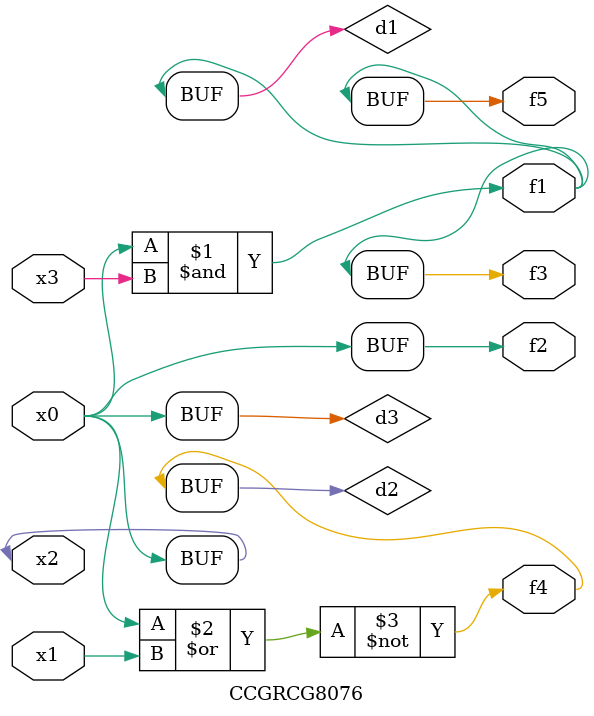
<source format=v>
module CCGRCG8076(
	input x0, x1, x2, x3,
	output f1, f2, f3, f4, f5
);

	wire d1, d2, d3;

	and (d1, x2, x3);
	nor (d2, x0, x1);
	buf (d3, x0, x2);
	assign f1 = d1;
	assign f2 = d3;
	assign f3 = d1;
	assign f4 = d2;
	assign f5 = d1;
endmodule

</source>
